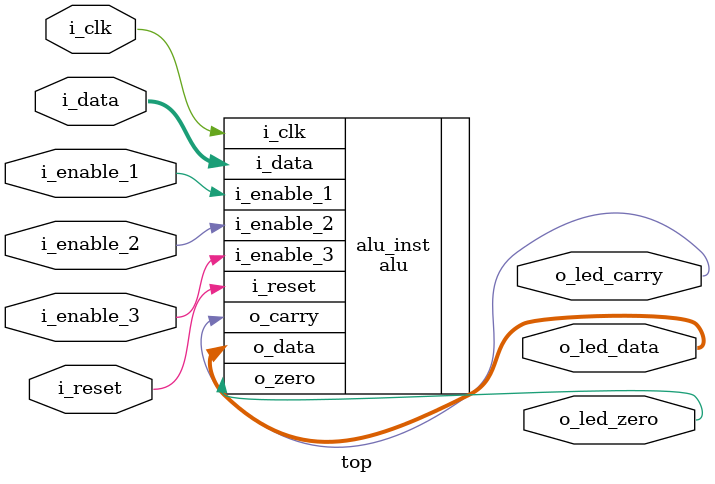
<source format=v>
`include "alu.v"

module top #(
    parameter NB_DATA = 8,
    parameter NB_LEDS = 8
) (
    input wire i_clk,
    input wire i_reset,
    input wire [NB_DATA - 1:0] i_data,
    input wire i_enable_1,
    input wire i_enable_2,
    input wire i_enable_3,

    output wire [NB_LEDS - 1:0] o_led_data,
    output wire o_led_carry,
    output wire o_led_zero
);
    alu #(
        .NB_DATA(NB_DATA)
    ) alu_inst (
        .i_data(i_data),
        .i_enable_1(i_enable_1),
        .i_enable_2(i_enable_2),
        .i_enable_3(i_enable_3),
        .i_clk(i_clk),
        .i_reset(i_reset),
        .o_data(o_led_data),
        .o_carry(o_led_carry),
        .o_zero(o_led_zero)
    );

endmodule
</source>
